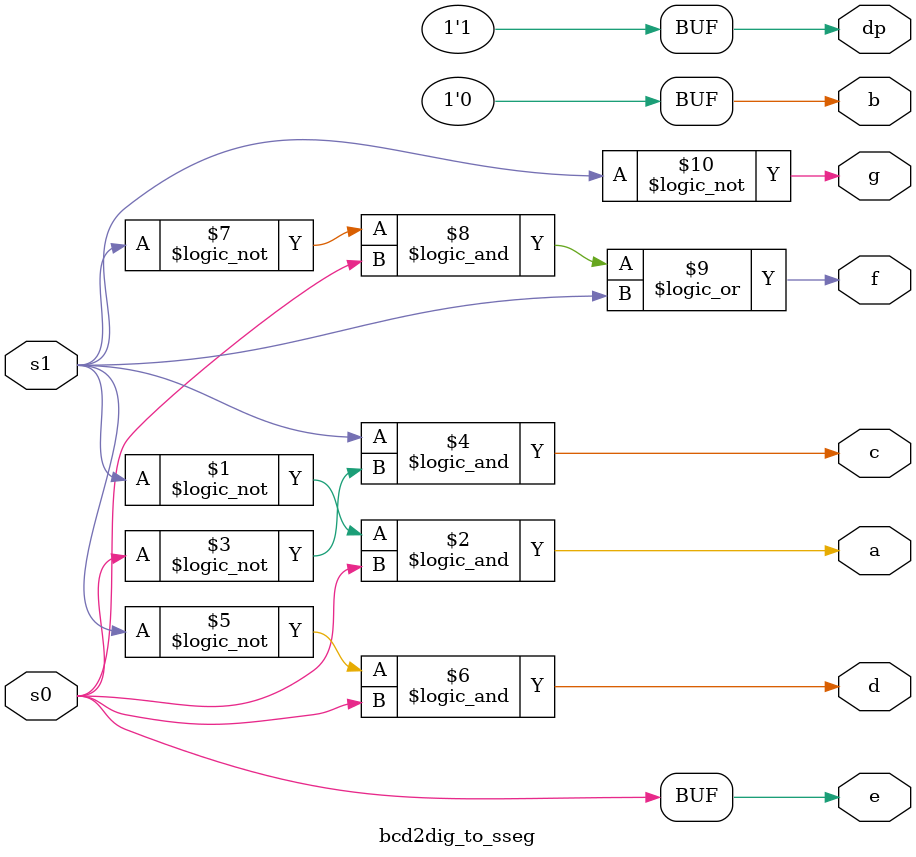
<source format=v>
module bcd2dig_to_sseg(
  input wire s1, s0,
  output wire a, b, c, d, e, f, g, dp );
  
  assign a = !s1 && s0;
  assign b = 1'b0;  // always on
  assign c = s1 && !s0;
  assign d = !s1 && s0;
  assign e = s0;
  assign f = !s1 && s0 || s1;
  assign g = !s1;
  assign dp = 1'b1;  // always off
  
endmodule

</source>
